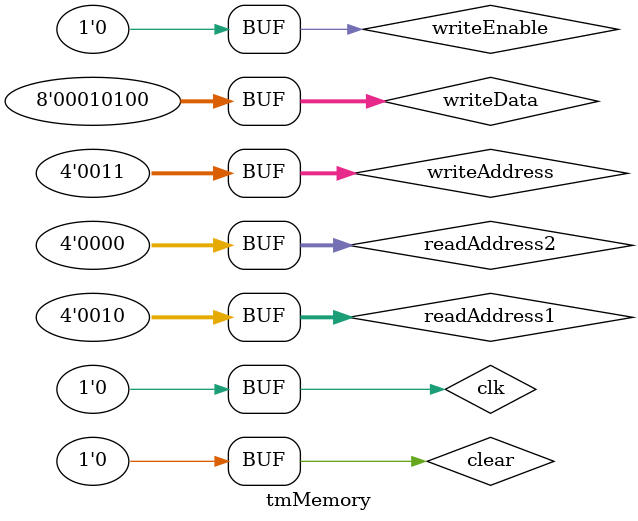
<source format=sv>
`timescale 1ns / 1ps

// 16x8 bit memory component that stores the data values in it
module dataMemory(input logic clk, we, reset,
                  input logic [3:0] writeAddress,
                  input logic [7:0] writeData,
                  input logic [3:0] readAddress1, readAddress2,
                  output logic [7:0] readData1, readData2);
                  
    logic [7:0] RAM[15:0];
    
    initial begin
        for (int i = 0; i < 16; i++) begin
            RAM[i] = 0;
        end
    end
    
    always@ (posedge clk) begin
        if (we) begin
            RAM[writeAddress] <= writeData;
        end
        
        if (reset) begin
            for (int i = 0; i < 16; i++) begin
                RAM[i] = 0;
            end
        end
    end
    
    assign readData1 = RAM[readAddress1];
    assign readData2 = RAM[readAddress2];

endmodule

module tmMemory();
     // Local Signals
    logic clk, writeEnable, clear;
    logic[3:0] writeAddress, readAddress1, readAddress2;
    logic [7:0] writeData, readData1, readData2;
    
    dataMemory test(clk, writeEnable, clear, writeAddress, writeData, readAddress1, readAddress2, readData1, readData2);
    
    always begin
        clk = 1; #5;
        clk = 0; #5;
    end
    
    initial begin
       
        writeEnable = 1; clear = 0; readAddress1 = 2; readAddress2 = 14; writeAddress = 3; writeData = 20; #10;
        writeEnable = 1; clear = 0; readAddress1 = 3; readAddress2 = 14; writeAddress = 2; writeData = 15; #10;
        writeEnable = 1; clear = 0; readAddress1 = 2; readAddress2 = 3; writeAddress = 6; writeData = 57; #10;
        writeEnable = 0; clear = 1; readAddress1 = 2; readAddress2 = 14; writeAddress = 3; writeData = 20; #10;
        writeEnable = 1; clear = 0; readAddress1 = 2; readAddress2 = 3; writeAddress = 0; writeData = 20; #10;
        writeEnable = 0; clear = 0; readAddress1 = 2; readAddress2 = 3; writeAddress = 3; writeData = 20; #10;
        writeEnable = 0; clear = 0; readAddress1 = 2; readAddress2 = 0; writeAddress = 3; writeData = 20; #10;
        
    end
endmodule

</source>
